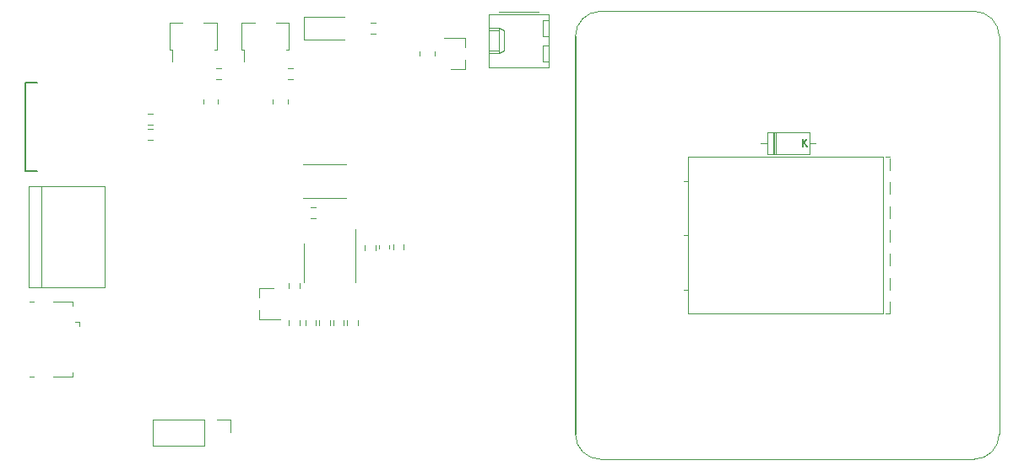
<source format=gbr>
%TF.GenerationSoftware,KiCad,Pcbnew,(5.1.9)-1*%
%TF.CreationDate,2021-04-23T16:32:12+08:00*%
%TF.ProjectId,DC-Load-Analog,44432d4c-6f61-4642-9d41-6e616c6f672e,rev?*%
%TF.SameCoordinates,Original*%
%TF.FileFunction,Legend,Top*%
%TF.FilePolarity,Positive*%
%FSLAX46Y46*%
G04 Gerber Fmt 4.6, Leading zero omitted, Abs format (unit mm)*
G04 Created by KiCad (PCBNEW (5.1.9)-1) date 2021-04-23 16:32:12*
%MOMM*%
%LPD*%
G01*
G04 APERTURE LIST*
%ADD10C,0.120000*%
%ADD11C,0.150000*%
%ADD12C,0.200000*%
G04 APERTURE END LIST*
D10*
X217500000Y-100000000D02*
G75*
G02*
X215000000Y-102500000I-2500000J0D01*
G01*
X177500000Y-102500000D02*
G75*
G02*
X175000000Y-100000000I0J2500000D01*
G01*
X175000000Y-60000000D02*
G75*
G02*
X177500000Y-57500000I2500000J0D01*
G01*
X215000000Y-57500000D02*
G75*
G02*
X217500000Y-60000000I0J-2500000D01*
G01*
X215000000Y-102500000D02*
X177500000Y-102500000D01*
X217500000Y-60000000D02*
X217500000Y-100000000D01*
X177500000Y-57500000D02*
X215000000Y-57500000D01*
D11*
X175000000Y-60000000D02*
X175000000Y-100000000D01*
D10*
%TO.C,R6*%
X148985500Y-88518276D02*
X148985500Y-89027724D01*
X147940500Y-88518276D02*
X147940500Y-89027724D01*
%TO.C,R1*%
X137695000Y-66775064D02*
X137695000Y-66320936D01*
X139165000Y-66775064D02*
X139165000Y-66320936D01*
%TO.C,Q2*%
X185850000Y-74550000D02*
X186330000Y-74550000D01*
X185850000Y-80000000D02*
X186330000Y-80000000D01*
X185850000Y-85450000D02*
X186330000Y-85450000D01*
X206110000Y-72130000D02*
X206570000Y-72130000D01*
X206110000Y-87870000D02*
X206570000Y-87870000D01*
X206570000Y-73470000D02*
X206570000Y-72270000D01*
X206570000Y-75870000D02*
X206570000Y-74670000D01*
X206570000Y-78270000D02*
X206570000Y-77070000D01*
X206570000Y-80670000D02*
X206570000Y-79470000D01*
X206570000Y-83070000D02*
X206570000Y-81870000D01*
X206570000Y-85471000D02*
X206570000Y-84270000D01*
X206570000Y-87870000D02*
X206570000Y-86670000D01*
X186330000Y-72130000D02*
X205870000Y-72130000D01*
X186330000Y-87870000D02*
X205870000Y-87870000D01*
X205870000Y-87870000D02*
X205870000Y-72130000D01*
X186330000Y-87870000D02*
X186330000Y-72130000D01*
%TO.C,U4*%
X144941000Y-58665000D02*
X146251000Y-58665000D01*
X146251000Y-58665000D02*
X146251000Y-61385000D01*
X141761000Y-62525000D02*
X141761000Y-61385000D01*
X141531000Y-58665000D02*
X142841000Y-58665000D01*
X141531000Y-61385000D02*
X141531000Y-58665000D01*
X141531000Y-61385000D02*
X141761000Y-61385000D01*
X146251000Y-61385000D02*
X146021000Y-61385000D01*
%TO.C,U3*%
X137702000Y-58665000D02*
X139012000Y-58665000D01*
X139012000Y-58665000D02*
X139012000Y-61385000D01*
X134522000Y-62525000D02*
X134522000Y-61385000D01*
X134292000Y-58665000D02*
X135602000Y-58665000D01*
X134292000Y-61385000D02*
X134292000Y-58665000D01*
X134292000Y-61385000D02*
X134522000Y-61385000D01*
X139012000Y-61385000D02*
X138782000Y-61385000D01*
%TO.C,U2*%
X143258000Y-85288000D02*
X143258000Y-86218000D01*
X143258000Y-88448000D02*
X143258000Y-87518000D01*
X143258000Y-88448000D02*
X145418000Y-88448000D01*
X143258000Y-85288000D02*
X144718000Y-85288000D01*
%TO.C,U1*%
X147808000Y-82804000D02*
X147808000Y-84754000D01*
X147808000Y-82804000D02*
X147808000Y-80854000D01*
X152928000Y-82804000D02*
X152928000Y-84754000D01*
X152928000Y-82804000D02*
X152928000Y-79354000D01*
%TO.C,TH1*%
X194222000Y-69619000D02*
X194222000Y-71859000D01*
X194222000Y-71859000D02*
X198462000Y-71859000D01*
X198462000Y-71859000D02*
X198462000Y-69619000D01*
X198462000Y-69619000D02*
X194222000Y-69619000D01*
X193572000Y-70739000D02*
X194222000Y-70739000D01*
X199112000Y-70739000D02*
X198462000Y-70739000D01*
X194942000Y-69619000D02*
X194942000Y-71859000D01*
X195062000Y-69619000D02*
X195062000Y-71859000D01*
X194822000Y-69619000D02*
X194822000Y-71859000D01*
%TO.C,RV1*%
X132655000Y-98492000D02*
X132655000Y-101152000D01*
X137795000Y-98492000D02*
X132655000Y-98492000D01*
X137795000Y-101152000D02*
X132655000Y-101152000D01*
X137795000Y-98492000D02*
X137795000Y-101152000D01*
X139065000Y-98492000D02*
X140395000Y-98492000D01*
X140395000Y-98492000D02*
X140395000Y-99822000D01*
%TO.C,R14*%
X132588724Y-70372500D02*
X132079276Y-70372500D01*
X132588724Y-69327500D02*
X132079276Y-69327500D01*
%TO.C,R13*%
X132588724Y-68848500D02*
X132079276Y-68848500D01*
X132588724Y-67803500D02*
X132079276Y-67803500D01*
%TO.C,R12*%
X160882000Y-61494936D02*
X160882000Y-61949064D01*
X159412000Y-61494936D02*
X159412000Y-61949064D01*
%TO.C,R11*%
X154940724Y-59704500D02*
X154431276Y-59704500D01*
X154940724Y-58659500D02*
X154431276Y-58659500D01*
%TO.C,R10*%
X147682936Y-72839000D02*
X152037064Y-72839000D01*
X147682936Y-76259000D02*
X152037064Y-76259000D01*
%TO.C,R9*%
X153884100Y-81483924D02*
X153884100Y-80974476D01*
X154929100Y-81483924D02*
X154929100Y-80974476D01*
%TO.C,R8*%
X156754300Y-81382324D02*
X156754300Y-80872876D01*
X157799300Y-81382324D02*
X157799300Y-80872876D01*
%TO.C,R7*%
X146289500Y-89027724D02*
X146289500Y-88518276D01*
X147334500Y-89027724D02*
X147334500Y-88518276D01*
%TO.C,R5*%
X151779500Y-88518276D02*
X151779500Y-89027724D01*
X150734500Y-88518276D02*
X150734500Y-89027724D01*
%TO.C,R4*%
X150382500Y-88518276D02*
X150382500Y-89027724D01*
X149337500Y-88518276D02*
X149337500Y-89027724D01*
%TO.C,R3*%
X146289500Y-85344724D02*
X146289500Y-84835276D01*
X147334500Y-85344724D02*
X147334500Y-84835276D01*
%TO.C,R2*%
X144654600Y-66775064D02*
X144654600Y-66320936D01*
X146124600Y-66775064D02*
X146124600Y-66320936D01*
%TO.C,Q1*%
X163955000Y-63302000D02*
X163955000Y-62372000D01*
X163955000Y-60142000D02*
X163955000Y-61072000D01*
X163955000Y-60142000D02*
X161795000Y-60142000D01*
X163955000Y-63302000D02*
X162495000Y-63302000D01*
%TO.C,J4*%
X121412000Y-85217000D02*
X121412000Y-75057000D01*
X120142000Y-85217000D02*
X127762000Y-85217000D01*
X127762000Y-85217000D02*
X127762000Y-75057000D01*
X127762000Y-75057000D02*
X120142000Y-75057000D01*
X120142000Y-75057000D02*
X120142000Y-85217000D01*
%TO.C,J3*%
X124826000Y-88664000D02*
X125276000Y-88664000D01*
X125276000Y-89114000D02*
X125276000Y-88664000D01*
X124596000Y-86664000D02*
X124596000Y-87084000D01*
X122616000Y-86664000D02*
X124596000Y-86664000D01*
X120246000Y-86664000D02*
X120646000Y-86664000D01*
X120646000Y-94184000D02*
X120246000Y-94184000D01*
X124596000Y-94184000D02*
X124596000Y-93764000D01*
X122616000Y-94184000D02*
X124596000Y-94184000D01*
D12*
%TO.C,J2*%
X120988000Y-64618000D02*
X119838000Y-64618000D01*
X119838000Y-64618000D02*
X119838000Y-73558000D01*
X119838000Y-73558000D02*
X120988000Y-73558000D01*
D10*
%TO.C,J1*%
X172321000Y-57802000D02*
X166301000Y-57802000D01*
X166301000Y-57802000D02*
X166301000Y-63102000D01*
X166301000Y-63102000D02*
X172321000Y-63102000D01*
X172321000Y-63102000D02*
X172321000Y-57802000D01*
X171291000Y-57512000D02*
X167291000Y-57512000D01*
X166301000Y-59182000D02*
X167301000Y-59182000D01*
X167301000Y-59182000D02*
X167301000Y-61722000D01*
X167301000Y-61722000D02*
X166301000Y-61722000D01*
X167301000Y-59182000D02*
X167831000Y-59432000D01*
X167831000Y-59432000D02*
X167831000Y-61472000D01*
X167831000Y-61472000D02*
X167301000Y-61722000D01*
X166301000Y-59432000D02*
X167301000Y-59432000D01*
X166301000Y-61472000D02*
X167301000Y-61472000D01*
X172321000Y-58382000D02*
X171721000Y-58382000D01*
X171721000Y-58382000D02*
X171721000Y-59982000D01*
X171721000Y-59982000D02*
X172321000Y-59982000D01*
X172321000Y-60922000D02*
X171721000Y-60922000D01*
X171721000Y-60922000D02*
X171721000Y-62522000D01*
X171721000Y-62522000D02*
X172321000Y-62522000D01*
%TO.C,D1*%
X151840999Y-58047000D02*
X147780999Y-58047000D01*
X147780999Y-58047000D02*
X147780999Y-60317000D01*
X147780999Y-60317000D02*
X151840999Y-60317000D01*
%TO.C,C7*%
X153176500Y-88518276D02*
X153176500Y-89027724D01*
X152131500Y-88518276D02*
X152131500Y-89027724D01*
%TO.C,C6*%
X156364400Y-81032133D02*
X156364400Y-81324667D01*
X155344400Y-81032133D02*
X155344400Y-81324667D01*
%TO.C,C5*%
X148971724Y-78246500D02*
X148462276Y-78246500D01*
X148971724Y-77201500D02*
X148462276Y-77201500D01*
%TO.C,C4*%
X146176276Y-63231500D02*
X146685724Y-63231500D01*
X146176276Y-64276500D02*
X146685724Y-64276500D01*
%TO.C,C2*%
X138937276Y-63231500D02*
X139446724Y-63231500D01*
X138937276Y-64276500D02*
X139446724Y-64276500D01*
%TO.C,TH1*%
D11*
X197780123Y-71106695D02*
X197780123Y-70293895D01*
X198244580Y-71106695D02*
X197896238Y-70642238D01*
X198244580Y-70293895D02*
X197780123Y-70758352D01*
%TD*%
M02*

</source>
